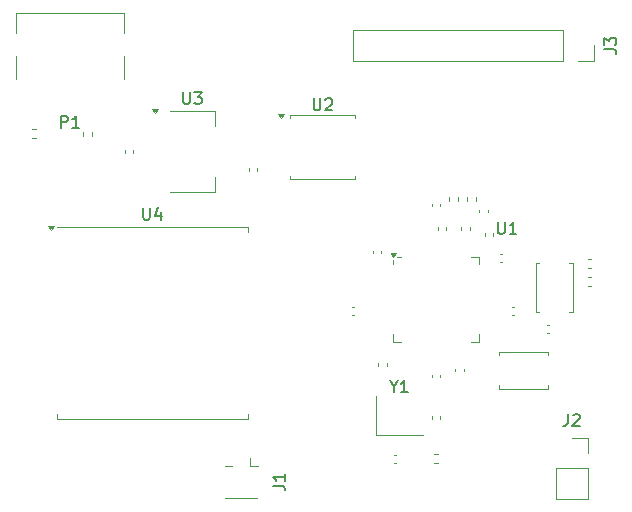
<source format=gbr>
%TF.GenerationSoftware,KiCad,Pcbnew,8.0.4*%
%TF.CreationDate,2024-07-31T14:07:18-04:00*%
%TF.ProjectId,board,626f6172-642e-46b6-9963-61645f706362,rev?*%
%TF.SameCoordinates,Original*%
%TF.FileFunction,Legend,Top*%
%TF.FilePolarity,Positive*%
%FSLAX46Y46*%
G04 Gerber Fmt 4.6, Leading zero omitted, Abs format (unit mm)*
G04 Created by KiCad (PCBNEW 8.0.4) date 2024-07-31 14:07:18*
%MOMM*%
%LPD*%
G01*
G04 APERTURE LIST*
%ADD10C,0.150000*%
%ADD11C,0.120000*%
G04 APERTURE END LIST*
D10*
X86264819Y-28833333D02*
X86979104Y-28833333D01*
X86979104Y-28833333D02*
X87121961Y-28880952D01*
X87121961Y-28880952D02*
X87217200Y-28976190D01*
X87217200Y-28976190D02*
X87264819Y-29119047D01*
X87264819Y-29119047D02*
X87264819Y-29214285D01*
X86264819Y-28452380D02*
X86264819Y-27833333D01*
X86264819Y-27833333D02*
X86645771Y-28166666D01*
X86645771Y-28166666D02*
X86645771Y-28023809D01*
X86645771Y-28023809D02*
X86693390Y-27928571D01*
X86693390Y-27928571D02*
X86741009Y-27880952D01*
X86741009Y-27880952D02*
X86836247Y-27833333D01*
X86836247Y-27833333D02*
X87074342Y-27833333D01*
X87074342Y-27833333D02*
X87169580Y-27880952D01*
X87169580Y-27880952D02*
X87217200Y-27928571D01*
X87217200Y-27928571D02*
X87264819Y-28023809D01*
X87264819Y-28023809D02*
X87264819Y-28309523D01*
X87264819Y-28309523D02*
X87217200Y-28404761D01*
X87217200Y-28404761D02*
X87169580Y-28452380D01*
X68423809Y-57378628D02*
X68423809Y-57854819D01*
X68090476Y-56854819D02*
X68423809Y-57378628D01*
X68423809Y-57378628D02*
X68757142Y-56854819D01*
X69614285Y-57854819D02*
X69042857Y-57854819D01*
X69328571Y-57854819D02*
X69328571Y-56854819D01*
X69328571Y-56854819D02*
X69233333Y-56997676D01*
X69233333Y-56997676D02*
X69138095Y-57092914D01*
X69138095Y-57092914D02*
X69042857Y-57140533D01*
X47213095Y-42254819D02*
X47213095Y-43064342D01*
X47213095Y-43064342D02*
X47260714Y-43159580D01*
X47260714Y-43159580D02*
X47308333Y-43207200D01*
X47308333Y-43207200D02*
X47403571Y-43254819D01*
X47403571Y-43254819D02*
X47594047Y-43254819D01*
X47594047Y-43254819D02*
X47689285Y-43207200D01*
X47689285Y-43207200D02*
X47736904Y-43159580D01*
X47736904Y-43159580D02*
X47784523Y-43064342D01*
X47784523Y-43064342D02*
X47784523Y-42254819D01*
X48689285Y-42588152D02*
X48689285Y-43254819D01*
X48451190Y-42207200D02*
X48213095Y-42921485D01*
X48213095Y-42921485D02*
X48832142Y-42921485D01*
X50588095Y-32454819D02*
X50588095Y-33264342D01*
X50588095Y-33264342D02*
X50635714Y-33359580D01*
X50635714Y-33359580D02*
X50683333Y-33407200D01*
X50683333Y-33407200D02*
X50778571Y-33454819D01*
X50778571Y-33454819D02*
X50969047Y-33454819D01*
X50969047Y-33454819D02*
X51064285Y-33407200D01*
X51064285Y-33407200D02*
X51111904Y-33359580D01*
X51111904Y-33359580D02*
X51159523Y-33264342D01*
X51159523Y-33264342D02*
X51159523Y-32454819D01*
X51540476Y-32454819D02*
X52159523Y-32454819D01*
X52159523Y-32454819D02*
X51826190Y-32835771D01*
X51826190Y-32835771D02*
X51969047Y-32835771D01*
X51969047Y-32835771D02*
X52064285Y-32883390D01*
X52064285Y-32883390D02*
X52111904Y-32931009D01*
X52111904Y-32931009D02*
X52159523Y-33026247D01*
X52159523Y-33026247D02*
X52159523Y-33264342D01*
X52159523Y-33264342D02*
X52111904Y-33359580D01*
X52111904Y-33359580D02*
X52064285Y-33407200D01*
X52064285Y-33407200D02*
X51969047Y-33454819D01*
X51969047Y-33454819D02*
X51683333Y-33454819D01*
X51683333Y-33454819D02*
X51588095Y-33407200D01*
X51588095Y-33407200D02*
X51540476Y-33359580D01*
X83166666Y-59724819D02*
X83166666Y-60439104D01*
X83166666Y-60439104D02*
X83119047Y-60581961D01*
X83119047Y-60581961D02*
X83023809Y-60677200D01*
X83023809Y-60677200D02*
X82880952Y-60724819D01*
X82880952Y-60724819D02*
X82785714Y-60724819D01*
X83595238Y-59820057D02*
X83642857Y-59772438D01*
X83642857Y-59772438D02*
X83738095Y-59724819D01*
X83738095Y-59724819D02*
X83976190Y-59724819D01*
X83976190Y-59724819D02*
X84071428Y-59772438D01*
X84071428Y-59772438D02*
X84119047Y-59820057D01*
X84119047Y-59820057D02*
X84166666Y-59915295D01*
X84166666Y-59915295D02*
X84166666Y-60010533D01*
X84166666Y-60010533D02*
X84119047Y-60153390D01*
X84119047Y-60153390D02*
X83547619Y-60724819D01*
X83547619Y-60724819D02*
X84166666Y-60724819D01*
X58179819Y-65783333D02*
X58894104Y-65783333D01*
X58894104Y-65783333D02*
X59036961Y-65830952D01*
X59036961Y-65830952D02*
X59132200Y-65926190D01*
X59132200Y-65926190D02*
X59179819Y-66069047D01*
X59179819Y-66069047D02*
X59179819Y-66164285D01*
X59179819Y-64783333D02*
X59179819Y-65354761D01*
X59179819Y-65069047D02*
X58179819Y-65069047D01*
X58179819Y-65069047D02*
X58322676Y-65164285D01*
X58322676Y-65164285D02*
X58417914Y-65259523D01*
X58417914Y-65259523D02*
X58465533Y-65354761D01*
X40261905Y-35454819D02*
X40261905Y-34454819D01*
X40261905Y-34454819D02*
X40642857Y-34454819D01*
X40642857Y-34454819D02*
X40738095Y-34502438D01*
X40738095Y-34502438D02*
X40785714Y-34550057D01*
X40785714Y-34550057D02*
X40833333Y-34645295D01*
X40833333Y-34645295D02*
X40833333Y-34788152D01*
X40833333Y-34788152D02*
X40785714Y-34883390D01*
X40785714Y-34883390D02*
X40738095Y-34931009D01*
X40738095Y-34931009D02*
X40642857Y-34978628D01*
X40642857Y-34978628D02*
X40261905Y-34978628D01*
X41785714Y-35454819D02*
X41214286Y-35454819D01*
X41500000Y-35454819D02*
X41500000Y-34454819D01*
X41500000Y-34454819D02*
X41404762Y-34597676D01*
X41404762Y-34597676D02*
X41309524Y-34692914D01*
X41309524Y-34692914D02*
X41214286Y-34740533D01*
X61638095Y-32989819D02*
X61638095Y-33799342D01*
X61638095Y-33799342D02*
X61685714Y-33894580D01*
X61685714Y-33894580D02*
X61733333Y-33942200D01*
X61733333Y-33942200D02*
X61828571Y-33989819D01*
X61828571Y-33989819D02*
X62019047Y-33989819D01*
X62019047Y-33989819D02*
X62114285Y-33942200D01*
X62114285Y-33942200D02*
X62161904Y-33894580D01*
X62161904Y-33894580D02*
X62209523Y-33799342D01*
X62209523Y-33799342D02*
X62209523Y-32989819D01*
X62638095Y-33085057D02*
X62685714Y-33037438D01*
X62685714Y-33037438D02*
X62780952Y-32989819D01*
X62780952Y-32989819D02*
X63019047Y-32989819D01*
X63019047Y-32989819D02*
X63114285Y-33037438D01*
X63114285Y-33037438D02*
X63161904Y-33085057D01*
X63161904Y-33085057D02*
X63209523Y-33180295D01*
X63209523Y-33180295D02*
X63209523Y-33275533D01*
X63209523Y-33275533D02*
X63161904Y-33418390D01*
X63161904Y-33418390D02*
X62590476Y-33989819D01*
X62590476Y-33989819D02*
X63209523Y-33989819D01*
X77238095Y-43454819D02*
X77238095Y-44264342D01*
X77238095Y-44264342D02*
X77285714Y-44359580D01*
X77285714Y-44359580D02*
X77333333Y-44407200D01*
X77333333Y-44407200D02*
X77428571Y-44454819D01*
X77428571Y-44454819D02*
X77619047Y-44454819D01*
X77619047Y-44454819D02*
X77714285Y-44407200D01*
X77714285Y-44407200D02*
X77761904Y-44359580D01*
X77761904Y-44359580D02*
X77809523Y-44264342D01*
X77809523Y-44264342D02*
X77809523Y-43454819D01*
X78809523Y-44454819D02*
X78238095Y-44454819D01*
X78523809Y-44454819D02*
X78523809Y-43454819D01*
X78523809Y-43454819D02*
X78428571Y-43597676D01*
X78428571Y-43597676D02*
X78333333Y-43692914D01*
X78333333Y-43692914D02*
X78238095Y-43740533D01*
D11*
%TO.C,J3*%
X82770000Y-27170000D02*
X64930000Y-27170000D01*
X82770000Y-27170000D02*
X82770000Y-29830000D01*
X64930000Y-27170000D02*
X64930000Y-29830000D01*
X85370000Y-28500000D02*
X85370000Y-29830000D01*
X85370000Y-29830000D02*
X84040000Y-29830000D01*
X82770000Y-29830000D02*
X64930000Y-29830000D01*
%TO.C,Y1*%
X66900000Y-58200000D02*
X66900000Y-61500000D01*
X66900000Y-61500000D02*
X70900000Y-61500000D01*
%TO.C,U4*%
X39875000Y-43900000D02*
X56075000Y-43900000D01*
X39875000Y-59700000D02*
X39875000Y-60100000D01*
X39875000Y-60100000D02*
X56075000Y-60100000D01*
X56075000Y-43900000D02*
X56075000Y-44300000D01*
X56075000Y-60100000D02*
X56075000Y-59700000D01*
X39375000Y-44100000D02*
X39135000Y-43764000D01*
X39615000Y-43764000D01*
X39375000Y-44100000D01*
G36*
X39375000Y-44100000D02*
G01*
X39135000Y-43764000D01*
X39615000Y-43764000D01*
X39375000Y-44100000D01*
G37*
%TO.C,U3*%
X49500000Y-34090000D02*
X53260000Y-34090000D01*
X49500000Y-40910000D02*
X53260000Y-40910000D01*
X53260000Y-34090000D02*
X53260000Y-35350000D01*
X53260000Y-40910000D02*
X53260000Y-39650000D01*
X48220000Y-34190000D02*
X47980000Y-33860000D01*
X48460000Y-33860000D01*
X48220000Y-34190000D01*
G36*
X48220000Y-34190000D02*
G01*
X47980000Y-33860000D01*
X48460000Y-33860000D01*
X48220000Y-34190000D01*
G37*
%TO.C,SW2*%
X81470000Y-57570000D02*
X77330000Y-57570000D01*
X81470000Y-57270000D02*
X81470000Y-57570000D01*
X81470000Y-54430000D02*
X81470000Y-54730000D01*
X77330000Y-57570000D02*
X77330000Y-57270000D01*
X77330000Y-54730000D02*
X77330000Y-54430000D01*
X77330000Y-54430000D02*
X81470000Y-54430000D01*
%TO.C,SW1*%
X80430000Y-51070000D02*
X80430000Y-46930000D01*
X80730000Y-51070000D02*
X80430000Y-51070000D01*
X83570000Y-51070000D02*
X83270000Y-51070000D01*
X80430000Y-46930000D02*
X80730000Y-46930000D01*
X83270000Y-46930000D02*
X83570000Y-46930000D01*
X83570000Y-46930000D02*
X83570000Y-51070000D01*
%TO.C,R8*%
X67120000Y-55663641D02*
X67120000Y-55356359D01*
X67880000Y-55663641D02*
X67880000Y-55356359D01*
%TO.C,R7*%
X71856359Y-63120000D02*
X72163641Y-63120000D01*
X71856359Y-63880000D02*
X72163641Y-63880000D01*
%TO.C,R6*%
X84836359Y-46620000D02*
X85143641Y-46620000D01*
X84836359Y-47380000D02*
X85143641Y-47380000D01*
%TO.C,R5*%
X85153641Y-48880000D02*
X84846359Y-48880000D01*
X85153641Y-48120000D02*
X84846359Y-48120000D01*
%TO.C,J2*%
X82170000Y-64310000D02*
X82170000Y-66910000D01*
X82170000Y-64310000D02*
X84830000Y-64310000D01*
X82170000Y-66910000D02*
X84830000Y-66910000D01*
X83500000Y-61710000D02*
X84830000Y-61710000D01*
X84830000Y-61710000D02*
X84830000Y-63040000D01*
X84830000Y-64310000D02*
X84830000Y-66910000D01*
%TO.C,J1*%
X56925000Y-64090000D02*
X56285000Y-64090000D01*
X56285000Y-64090000D02*
X56285000Y-63460000D01*
X54125000Y-64090000D02*
X54765000Y-64090000D01*
X56875000Y-66810000D02*
X54175000Y-66810000D01*
%TO.C,C16*%
X71640000Y-60107836D02*
X71640000Y-59892164D01*
X72360000Y-60107836D02*
X72360000Y-59892164D01*
%TO.C,C15*%
X68627836Y-63860000D02*
X68412164Y-63860000D01*
X68627836Y-63140000D02*
X68412164Y-63140000D01*
%TO.C,C14*%
X81392164Y-52140000D02*
X81607836Y-52140000D01*
X81392164Y-52860000D02*
X81607836Y-52860000D01*
%TO.C,C13*%
X56860000Y-38912164D02*
X56860000Y-39127836D01*
X56140000Y-38912164D02*
X56140000Y-39127836D01*
%TO.C,C12*%
X45640000Y-37607836D02*
X45640000Y-37392164D01*
X46360000Y-37607836D02*
X46360000Y-37392164D01*
%TO.C,P1*%
X45580000Y-31350000D02*
X45580000Y-29430000D01*
X45580000Y-25715000D02*
X45580000Y-27420000D01*
X36420000Y-29430000D02*
X36420000Y-31350000D01*
X36420000Y-27420000D02*
X36420000Y-25715000D01*
X36420000Y-25715000D02*
X45580000Y-25715000D01*
%TO.C,R4*%
X38143641Y-35600000D02*
X37836359Y-35600000D01*
X38143641Y-36360000D02*
X37836359Y-36360000D01*
%TO.C,R3*%
X42880000Y-35846359D02*
X42880000Y-36153641D01*
X42120000Y-35846359D02*
X42120000Y-36153641D01*
%TO.C,R2*%
X73890000Y-41346359D02*
X73890000Y-41653641D01*
X73130000Y-41346359D02*
X73130000Y-41653641D01*
%TO.C,R1*%
X75380000Y-41346359D02*
X75380000Y-41653641D01*
X74620000Y-41346359D02*
X74620000Y-41653641D01*
%TO.C,C11*%
X74140000Y-44107836D02*
X74140000Y-43892164D01*
X74860000Y-44107836D02*
X74860000Y-43892164D01*
%TO.C,C10*%
X71640000Y-42107836D02*
X71640000Y-41892164D01*
X72360000Y-42107836D02*
X72360000Y-41892164D01*
%TO.C,C9*%
X74360000Y-55892164D02*
X74360000Y-56107836D01*
X73640000Y-55892164D02*
X73640000Y-56107836D01*
%TO.C,C8*%
X75640000Y-42627836D02*
X75640000Y-42412164D01*
X76360000Y-42627836D02*
X76360000Y-42412164D01*
%TO.C,C7*%
X76860000Y-44412164D02*
X76860000Y-44627836D01*
X76140000Y-44412164D02*
X76140000Y-44627836D01*
%TO.C,C6*%
X72860000Y-43892164D02*
X72860000Y-44107836D01*
X72140000Y-43892164D02*
X72140000Y-44107836D01*
%TO.C,C5*%
X67360000Y-45892164D02*
X67360000Y-46107836D01*
X66640000Y-45892164D02*
X66640000Y-46107836D01*
%TO.C,C4*%
X64872164Y-51360000D02*
X65087836Y-51360000D01*
X64872164Y-50640000D02*
X65087836Y-50640000D01*
%TO.C,C3*%
X71640000Y-56587836D02*
X71640000Y-56372164D01*
X72360000Y-56587836D02*
X72360000Y-56372164D01*
%TO.C,C2*%
X78607836Y-51360000D02*
X78392164Y-51360000D01*
X78607836Y-50640000D02*
X78392164Y-50640000D01*
%TO.C,C1*%
X77627836Y-46860000D02*
X77412164Y-46860000D01*
X77627836Y-46140000D02*
X77412164Y-46140000D01*
%TO.C,U2*%
X59675000Y-34370000D02*
X59675000Y-34630000D01*
X59675000Y-39820000D02*
X59675000Y-39560000D01*
X62400000Y-34370000D02*
X59675000Y-34370000D01*
X62400000Y-34370000D02*
X65125000Y-34370000D01*
X62400000Y-39820000D02*
X59675000Y-39820000D01*
X62400000Y-39820000D02*
X65125000Y-39820000D01*
X65125000Y-34370000D02*
X65125000Y-34630000D01*
X65125000Y-39820000D02*
X65125000Y-39560000D01*
X58892500Y-34630000D02*
X58652500Y-34300000D01*
X59132500Y-34300000D01*
X58892500Y-34630000D01*
G36*
X58892500Y-34630000D02*
G01*
X58652500Y-34300000D01*
X59132500Y-34300000D01*
X58892500Y-34630000D01*
G37*
%TO.C,U1*%
X68390000Y-47040000D02*
X68390000Y-46630000D01*
X68390000Y-53610000D02*
X68390000Y-52960000D01*
X69040000Y-46390000D02*
X68690000Y-46390000D01*
X69040000Y-53610000D02*
X68390000Y-53610000D01*
X74960000Y-46390000D02*
X75610000Y-46390000D01*
X74960000Y-53610000D02*
X75610000Y-53610000D01*
X75610000Y-46390000D02*
X75610000Y-47040000D01*
X75610000Y-53610000D02*
X75610000Y-52960000D01*
X68390000Y-46390000D02*
X68150000Y-46060000D01*
X68630000Y-46060000D01*
X68390000Y-46390000D01*
G36*
X68390000Y-46390000D02*
G01*
X68150000Y-46060000D01*
X68630000Y-46060000D01*
X68390000Y-46390000D01*
G37*
%TD*%
M02*

</source>
